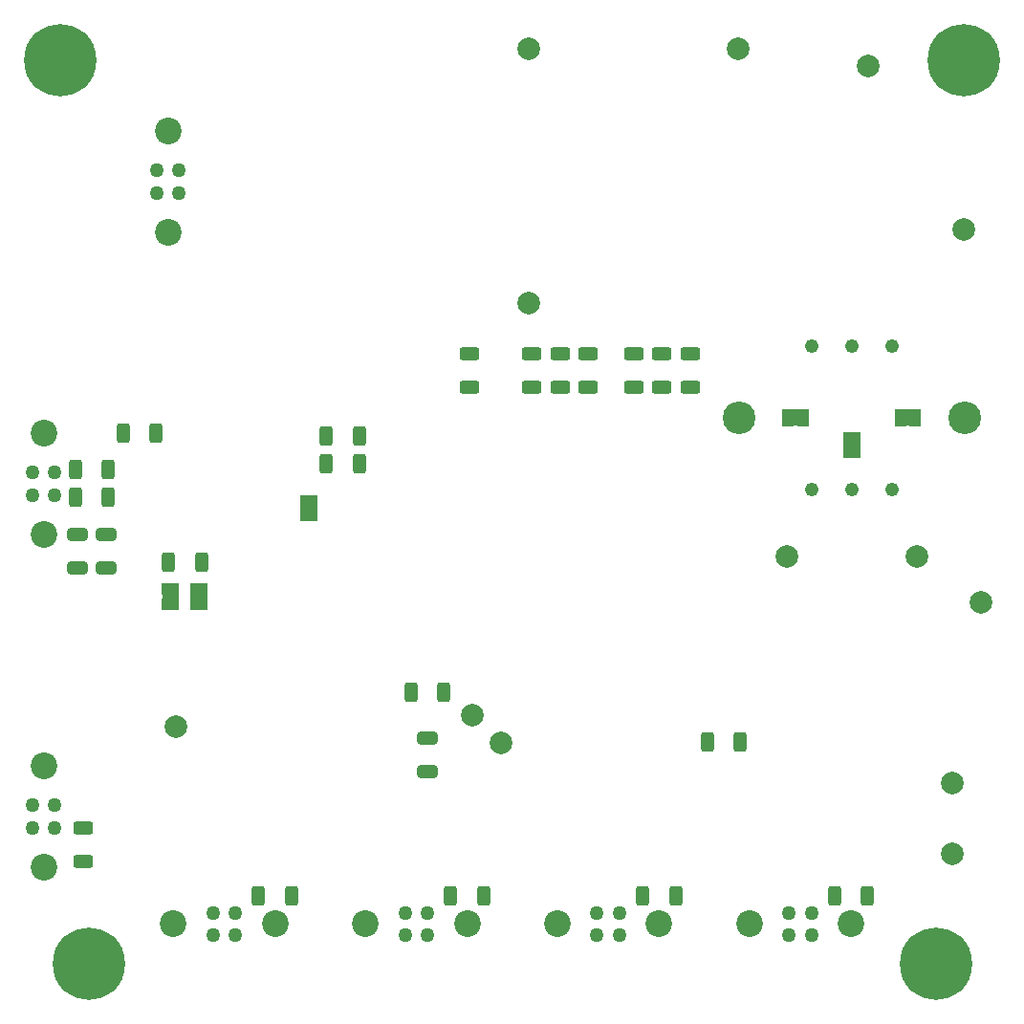
<source format=gbs>
G04 #@! TF.GenerationSoftware,KiCad,Pcbnew,9.0.2-9.0.2-0~ubuntu24.04.1*
G04 #@! TF.CreationDate,2025-06-11T14:59:59-05:00*
G04 #@! TF.ProjectId,bias-supply,62696173-2d73-4757-9070-6c792e6b6963,0.1*
G04 #@! TF.SameCoordinates,Original*
G04 #@! TF.FileFunction,Soldermask,Bot*
G04 #@! TF.FilePolarity,Negative*
%FSLAX46Y46*%
G04 Gerber Fmt 4.6, Leading zero omitted, Abs format (unit mm)*
G04 Created by KiCad (PCBNEW 9.0.2-9.0.2-0~ubuntu24.04.1) date 2025-06-11 14:59:59*
%MOMM*%
%LPD*%
G01*
G04 APERTURE LIST*
G04 Aperture macros list*
%AMRoundRect*
0 Rectangle with rounded corners*
0 $1 Rounding radius*
0 $2 $3 $4 $5 $6 $7 $8 $9 X,Y pos of 4 corners*
0 Add a 4 corners polygon primitive as box body*
4,1,4,$2,$3,$4,$5,$6,$7,$8,$9,$2,$3,0*
0 Add four circle primitives for the rounded corners*
1,1,$1+$1,$2,$3*
1,1,$1+$1,$4,$5*
1,1,$1+$1,$6,$7*
1,1,$1+$1,$8,$9*
0 Add four rect primitives between the rounded corners*
20,1,$1+$1,$2,$3,$4,$5,0*
20,1,$1+$1,$4,$5,$6,$7,0*
20,1,$1+$1,$6,$7,$8,$9,0*
20,1,$1+$1,$8,$9,$2,$3,0*%
G04 Aperture macros list end*
%ADD10C,1.270000*%
%ADD11C,2.362200*%
%ADD12C,2.000000*%
%ADD13C,6.400000*%
%ADD14C,1.214000*%
%ADD15C,2.891000*%
%ADD16RoundRect,0.250000X0.625000X-0.312500X0.625000X0.312500X-0.625000X0.312500X-0.625000X-0.312500X0*%
%ADD17RoundRect,0.250000X0.312500X0.625000X-0.312500X0.625000X-0.312500X-0.625000X0.312500X-0.625000X0*%
%ADD18RoundRect,0.250000X-0.650000X0.325000X-0.650000X-0.325000X0.650000X-0.325000X0.650000X0.325000X0*%
%ADD19RoundRect,0.250000X0.650000X-0.325000X0.650000X0.325000X-0.650000X0.325000X-0.650000X-0.325000X0*%
%ADD20R,1.500000X1.000000*%
%ADD21RoundRect,0.250000X-0.625000X0.312500X-0.625000X-0.312500X0.625000X-0.312500X0.625000X0.312500X0*%
%ADD22R,1.000000X1.500000*%
%ADD23RoundRect,0.250000X-0.312500X-0.625000X0.312500X-0.625000X0.312500X0.625000X-0.312500X0.625000X0*%
G04 APERTURE END LIST*
G36*
X41250000Y-58325000D02*
G01*
X39750000Y-58325000D01*
X39750000Y-58025000D01*
X41250000Y-58025000D01*
X41250000Y-58325000D01*
G37*
G36*
X29000000Y-66150000D02*
G01*
X27500000Y-66150000D01*
X27500000Y-65850000D01*
X29000000Y-65850000D01*
X29000000Y-66150000D01*
G37*
G36*
X93388000Y-50900000D02*
G01*
X93688000Y-50900000D01*
X93688000Y-49400000D01*
X93388000Y-49400000D01*
X93388000Y-50900000D01*
G37*
G36*
X83724000Y-49400000D02*
G01*
X83424000Y-49400000D01*
X83424000Y-50900000D01*
X83724000Y-50900000D01*
X83724000Y-49400000D01*
G37*
G36*
X89306000Y-52750000D02*
G01*
X87806000Y-52750000D01*
X87806000Y-52450000D01*
X89306000Y-52450000D01*
X89306000Y-52750000D01*
G37*
G36*
X31500000Y-66150000D02*
G01*
X30000000Y-66150000D01*
X30000000Y-65850000D01*
X31500000Y-65850000D01*
X31500000Y-66150000D01*
G37*
D10*
X66000000Y-96000000D03*
X68000001Y-96000000D03*
X66000000Y-93999999D03*
X68000001Y-93999999D03*
D11*
X62500001Y-95000000D03*
X71499999Y-95000000D03*
D12*
X97500000Y-82500000D03*
X60000000Y-17500000D03*
X60000000Y-40000000D03*
X94306000Y-62500000D03*
X90000000Y-19000000D03*
D10*
X16000000Y-84500001D03*
X16000000Y-86500002D03*
X18000001Y-84500001D03*
X18000001Y-86500002D03*
D11*
X17000000Y-81000002D03*
X17000000Y-90000000D03*
D10*
X32000000Y-96000000D03*
X34000001Y-96000000D03*
X32000000Y-93999999D03*
X34000001Y-93999999D03*
D11*
X28500001Y-95000000D03*
X37499999Y-95000000D03*
D13*
X96000000Y-98500000D03*
X18500000Y-18500000D03*
D14*
X85000000Y-56500000D03*
X88556000Y-56500000D03*
X92112000Y-56500000D03*
X92112000Y-43800000D03*
X88556000Y-43800000D03*
X85000000Y-43800000D03*
D15*
X78574000Y-50150000D03*
X98538000Y-50150000D03*
D12*
X100000000Y-66500000D03*
D10*
X83000000Y-96000000D03*
X85000001Y-96000000D03*
X83000000Y-93999999D03*
X85000001Y-93999999D03*
D11*
X79500001Y-95000000D03*
X88499999Y-95000000D03*
D12*
X98500000Y-33500000D03*
X55000000Y-76500000D03*
X78500000Y-17500000D03*
D13*
X98500000Y-18500000D03*
D12*
X82806000Y-62500000D03*
D10*
X49000000Y-96000000D03*
X51000001Y-96000000D03*
X49000000Y-93999999D03*
X51000001Y-93999999D03*
D11*
X45500001Y-95000000D03*
X54499999Y-95000000D03*
D10*
X27000000Y-28250000D03*
X27000000Y-30250001D03*
X29000001Y-28250000D03*
X29000001Y-30250001D03*
D11*
X28000000Y-24750001D03*
X28000000Y-33749999D03*
D10*
X16000000Y-55000000D03*
X16000000Y-57000001D03*
X18000001Y-55000000D03*
X18000001Y-57000001D03*
D11*
X17000000Y-51500001D03*
X17000000Y-60499999D03*
D13*
X21000000Y-98500000D03*
D12*
X57500000Y-79000000D03*
X97500000Y-88750000D03*
X28750000Y-77500000D03*
D16*
X20500000Y-89425002D03*
X20500000Y-86500002D03*
D17*
X55962500Y-92500000D03*
X53037500Y-92500000D03*
D18*
X20000000Y-60525000D03*
X20000000Y-63475000D03*
D17*
X22712500Y-54750000D03*
X19787500Y-54750000D03*
X30962500Y-63000000D03*
X28037500Y-63000000D03*
D18*
X22500000Y-60525000D03*
X22500000Y-63475000D03*
D19*
X51000000Y-81475000D03*
X51000000Y-78525000D03*
D16*
X74250000Y-47462500D03*
X74250000Y-44537500D03*
D20*
X40500000Y-58825000D03*
X40500000Y-57525000D03*
D21*
X71750000Y-44537500D03*
X71750000Y-47462500D03*
D17*
X44962500Y-54250000D03*
X42037500Y-54250000D03*
D20*
X28250000Y-66650000D03*
X28250000Y-65350000D03*
D21*
X62750000Y-44537500D03*
X62750000Y-47462500D03*
D17*
X44962500Y-51750000D03*
X42037500Y-51750000D03*
X22712500Y-57250000D03*
X19787500Y-57250000D03*
D21*
X65250000Y-44537500D03*
X65250000Y-47462500D03*
D17*
X89962500Y-92500000D03*
X87037500Y-92500000D03*
X72962500Y-92500000D03*
X70037500Y-92500000D03*
D21*
X69250000Y-44537500D03*
X69250000Y-47462500D03*
D22*
X92888000Y-50150000D03*
X94188000Y-50150000D03*
X84224000Y-50150000D03*
X82924000Y-50150000D03*
D23*
X75787500Y-78900000D03*
X78712500Y-78900000D03*
D20*
X88556000Y-53250000D03*
X88556000Y-51950000D03*
X30750000Y-66650000D03*
X30750000Y-65350000D03*
D21*
X60250000Y-44537500D03*
X60250000Y-47462500D03*
D23*
X24037500Y-51500000D03*
X26962500Y-51500000D03*
D21*
X54750000Y-44537500D03*
X54750000Y-47462500D03*
D17*
X52462500Y-74500000D03*
X49537500Y-74500000D03*
X38962500Y-92500000D03*
X36037500Y-92500000D03*
M02*

</source>
